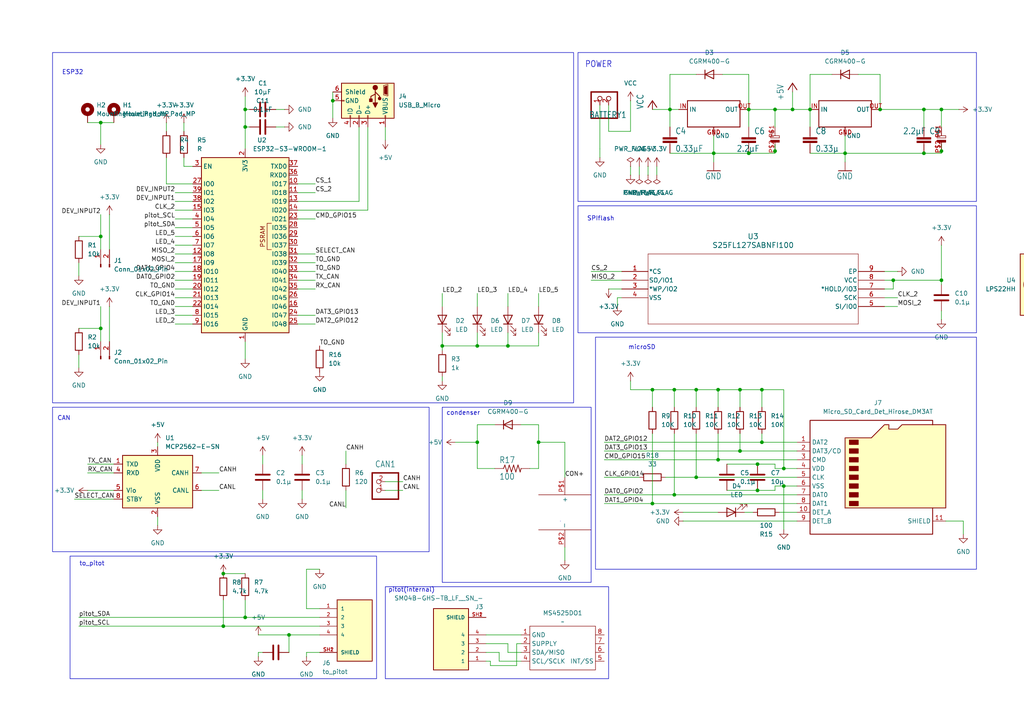
<source format=kicad_sch>
(kicad_sch (version 20231120) (generator "eeschema") (generator_version "8.0")
  (paper "A4")
  (junction (at 96.52 29.21))
  (junction (at 195.58 113.03))
  (junction (at 64.77 181.61))
  (junction (at 219.71 134.62))
  (junction (at 273.05 31.75))
  (junction (at 259.08 81.28))
  (junction (at 189.23 146.05))
  (junction (at 138.43 128.27))
  (junction (at 156.21 128.27))
  (junction (at 29.21 95.25))
  (junction (at 83.82 184.15))
  (junction (at 208.28 113.03))
  (junction (at 207.01 44.45))
  (junction (at 227.33 140.97))
  (junction (at 220.98 113.03))
  (junction (at 220.98 128.27))
  (junction (at 71.12 31.75))
  (junction (at 229.87 31.75))
  (junction (at 300.99 69.85))
  (junction (at 227.33 135.89))
  (junction (at 214.63 113.03))
  (junction (at 224.79 31.75))
  (junction (at 234.95 31.75))
  (junction (at 195.58 143.51))
  (junction (at 219.71 142.24))
  (junction (at 201.93 138.43))
  (junction (at 208.28 133.35))
  (junction (at 273.05 81.28))
  (junction (at 217.17 44.45))
  (junction (at 217.17 31.75))
  (junction (at 29.21 35.56))
  (junction (at 29.21 68.58))
  (junction (at 189.23 113.03))
  (junction (at 214.63 130.81))
  (junction (at 273.05 43.815))
  (junction (at 245.11 44.45))
  (junction (at 201.93 113.03))
  (junction (at 224.79 43.815))
  (junction (at 267.97 44.45))
  (junction (at 147.32 100.33))
  (junction (at 255.27 31.75))
  (junction (at 138.43 100.33))
  (junction (at 303.53 69.85))
  (junction (at 128.27 100.33))
  (junction (at 194.31 31.75))
  (junction (at 64.77 166.37))
  (junction (at 267.97 31.75))
  (junction (at 71.12 36.83))
  (junction (at 71.12 179.07))
  (wire (pts (xy 104.14 36.83) (xy 104.14 58.42)))
  (wire (pts (xy 214.63 125.73) (xy 214.63 130.81)))
  (wire (pts (xy 187.96 48.26) (xy 187.96 50.8)))
  (wire (pts (xy 303.53 69.85) (xy 300.99 69.85)))
  (wire (pts (xy 208.28 113.03) (xy 208.28 118.11)))
  (wire (pts (xy 31.75 99.06) (xy 31.75 88.9)))
  (wire (pts (xy 273.05 36.83) (xy 273.05 31.75)) (stroke (width 0.1524)))
  (wire (pts (xy 171.45 78.74) (xy 180.34 78.74)))
  (wire (pts (xy 128.27 100.33) (xy 128.27 101.6)))
  (wire (pts (xy 50.8 83.82) (xy 55.88 83.82)))
  (wire (pts (xy 29.21 68.58) (xy 29.21 72.39)))
  (wire (pts (xy 207.01 44.45) (xy 217.17 44.45)) (stroke (width 0.1524)))
  (wire (pts (xy 175.26 128.27) (xy 220.98 128.27)))
  (wire (pts (xy 55.88 73.66) (xy 50.8 73.66)))
  (wire (pts (xy 176.53 83.82) (xy 180.34 83.82)))
  (wire (pts (xy 71.12 99.06) (xy 71.12 104.14)))
  (wire (pts (xy 214.63 113.03) (xy 220.98 113.03)))
  (wire (pts (xy 318.77 83.82) (xy 322.58 83.82)))
  (wire (pts (xy 224.79 31.75) (xy 229.87 31.75)) (stroke (width 0.1524)))
  (wire (pts (xy 163.83 158.75) (xy 163.83 162.56)) (stroke (width 0.1524)))
  (wire (pts (xy 92.71 179.07) (xy 71.12 179.07)))
  (wire (pts (xy 29.21 35.56) (xy 29.21 41.91)))
  (wire (pts (xy 25.4 35.56) (xy 29.21 35.56)))
  (wire (pts (xy 71.12 36.83) (xy 71.12 43.18)))
  (wire (pts (xy 156.21 128.27) (xy 163.83 128.27)) (stroke (width 0.1524)))
  (wire (pts (xy 245.11 39.37) (xy 245.11 44.45)) (stroke (width 0.1524)))
  (wire (pts (xy 209.55 21.59) (xy 217.17 21.59)) (stroke (width 0.1524)))
  (wire (pts (xy 217.17 31.75) (xy 224.79 31.75)) (stroke (width 0.1524)))
  (wire (pts (xy 214.63 113.03) (xy 214.63 118.11)))
  (wire (pts (xy 22.86 76.2) (xy 22.86 80.01)))
  (wire (pts (xy 182.88 110.49) (xy 182.88 113.03)))
  (wire (pts (xy 193.04 138.43) (xy 201.93 138.43)))
  (wire (pts (xy 194.31 21.59) (xy 201.93 21.59)) (stroke (width 0.1524)))
  (wire (pts (xy 80.01 36.83) (xy 82.55 36.83)))
  (wire (pts (xy 53.34 35.56) (xy 53.34 38.1)))
  (wire (pts (xy 48.26 45.72) (xy 48.26 53.34)))
  (wire (pts (xy 208.28 113.03) (xy 214.63 113.03)))
  (wire (pts (xy 300.99 69.85) (xy 300.99 71.12)))
  (wire (pts (xy 201.93 125.73) (xy 201.93 138.43)))
  (wire (pts (xy 140.97 189.23) (xy 144.78 189.23)))
  (wire (pts (xy 303.53 93.98) (xy 303.53 97.79)))
  (wire (pts (xy 175.26 138.43) (xy 185.42 138.43)))
  (wire (pts (xy 25.4 134.62) (xy 33.02 134.62)))
  (wire (pts (xy 86.36 76.2) (xy 91.44 76.2)))
  (wire (pts (xy 74.93 189.23) (xy 74.93 190.5)))
  (wire (pts (xy 29.21 68.58) (xy 22.86 68.58)))
  (wire (pts (xy 231.14 140.97) (xy 227.33 140.97)))
  (wire (pts (xy 147.32 100.33) (xy 156.21 100.33)))
  (wire (pts (xy 255.27 31.75) (xy 267.97 31.75)) (stroke (width 0.1524)))
  (wire (pts (xy 207.01 39.37) (xy 207.01 44.45)) (stroke (width 0.1524)))
  (wire (pts (xy 147.32 189.23) (xy 147.32 186.69)))
  (wire (pts (xy 224.79 135.89) (xy 224.79 134.62)))
  (wire (pts (xy 227.33 135.89) (xy 224.79 135.89)))
  (wire (pts (xy 83.82 184.15) (xy 92.71 184.15)))
  (wire (pts (xy 256.54 78.74) (xy 260.35 78.74)))
  (wire (pts (xy 144.78 191.77) (xy 144.78 189.23)))
  (wire (pts (xy 245.11 44.45) (xy 267.97 44.45)) (stroke (width 0.1524)))
  (wire (pts (xy 195.58 143.51) (xy 231.14 143.51)))
  (wire (pts (xy 273.05 90.17) (xy 273.05 92.71)))
  (wire (pts (xy 194.31 31.75) (xy 194.31 21.59)) (stroke (width 0.1524)))
  (wire (pts (xy 96.52 29.21) (xy 96.52 34.29)))
  (wire (pts (xy 106.68 60.96) (xy 86.36 60.96)))
  (wire (pts (xy 138.43 85.09) (xy 138.43 88.9)))
  (wire (pts (xy 189.23 113.03) (xy 189.23 118.11)))
  (wire (pts (xy 55.88 78.74) (xy 50.8 78.74)))
  (wire (pts (xy 256.54 86.36) (xy 260.35 86.36)))
  (wire (pts (xy 138.43 128.27) (xy 138.43 135.89)) (stroke (width 0.1524)))
  (wire (pts (xy 273.05 44.45) (xy 273.05 43.815)) (stroke (width 0.1524)))
  (wire (pts (xy 248.92 21.59) (xy 255.27 21.59)) (stroke (width 0.1524)))
  (wire (pts (xy 227.33 135.89) (xy 231.14 135.89)))
  (wire (pts (xy 171.45 81.28) (xy 180.34 81.28)))
  (wire (pts (xy 29.21 95.25) (xy 22.86 95.25)))
  (wire (pts (xy 217.17 31.75) (xy 217.17 36.83)) (stroke (width 0.1524)))
  (wire (pts (xy 267.97 44.45) (xy 273.05 44.45)) (stroke (width 0.1524)))
  (wire (pts (xy 50.8 55.88) (xy 55.88 55.88)))
  (wire (pts (xy 58.42 137.16) (xy 63.5 137.16)))
  (wire (pts (xy 138.43 123.19) (xy 143.51 123.19)) (stroke (width 0.1524)))
  (wire (pts (xy 142.24 191.77) (xy 140.97 191.77)))
  (wire (pts (xy 48.26 35.56) (xy 48.26 38.1)))
  (wire (pts (xy 149.86 186.69) (xy 149.86 193.04)))
  (wire (pts (xy 185.42 48.26) (xy 185.42 50.8)))
  (wire (pts (xy 138.43 100.33) (xy 147.32 100.33)))
  (wire (pts (xy 86.36 53.34) (xy 91.44 53.34)))
  (wire (pts (xy 156.21 128.27) (xy 156.21 135.89)) (stroke (width 0.1524)))
  (wire (pts (xy 50.8 68.58) (xy 55.88 68.58)))
  (wire (pts (xy 227.33 140.97) (xy 227.33 153.67)))
  (wire (pts (xy 176.53 38.1) (xy 176.53 30.48)))
  (wire (pts (xy 156.21 135.89) (xy 153.67 135.89)) (stroke (width 0.1524)))
  (wire (pts (xy 189.23 31.75) (xy 194.31 31.75)) (stroke (width 0.1524)))
  (wire (pts (xy 318.77 78.74) (xy 322.58 78.74)))
  (wire (pts (xy 273.05 31.75) (xy 278.13 31.75)) (stroke (width 0.1524)))
  (wire (pts (xy 175.26 130.81) (xy 214.63 130.81)))
  (wire (pts (xy 179.07 86.36) (xy 180.34 86.36)))
  (wire (pts (xy 86.36 78.74) (xy 91.44 78.74)))
  (wire (pts (xy 80.01 31.75) (xy 82.55 31.75)))
  (wire (pts (xy 273.05 43.815) (xy 273.05 41.91)) (stroke (width 0.1524)))
  (wire (pts (xy 182.88 38.1) (xy 176.53 38.1)))
  (wire (pts (xy 50.8 93.98) (xy 55.88 93.98)))
  (wire (pts (xy 87.63 142.24) (xy 87.63 144.78)))
  (wire (pts (xy 210.82 134.62) (xy 219.71 134.62)))
  (wire (pts (xy 147.32 189.23) (xy 151.13 189.23)))
  (wire (pts (xy 71.12 166.37) (xy 64.77 166.37)))
  (wire (pts (xy 92.71 165.1) (xy 88.9 165.1)))
  (wire (pts (xy 71.12 27.94) (xy 71.12 31.75)))
  (wire (pts (xy 217.17 21.59) (xy 217.17 31.75)) (stroke (width 0.1524)))
  (wire (pts (xy 224.79 43.815) (xy 224.79 41.91)) (stroke (width 0.1524)))
  (wire (pts (xy 219.71 142.24) (xy 210.82 142.24)))
  (wire (pts (xy 100.33 134.62) (xy 100.33 130.81)))
  (wire (pts (xy 256.54 81.28) (xy 259.08 81.28)))
  (wire (pts (xy 128.27 110.49) (xy 128.27 109.22)))
  (wire (pts (xy 50.8 71.12) (xy 55.88 71.12)))
  (wire (pts (xy 234.95 21.59) (xy 234.95 31.75)) (stroke (width 0.1524)))
  (wire (pts (xy 86.36 81.28) (xy 91.44 81.28)))
  (wire (pts (xy 151.13 123.19) (xy 156.21 123.19)) (stroke (width 0.1524)))
  (wire (pts (xy 25.4 142.24) (xy 33.02 142.24)))
  (wire (pts (xy 303.53 71.12) (xy 303.53 69.85)))
  (wire (pts (xy 224.79 44.45) (xy 224.79 43.815)) (stroke (width 0.1524)))
  (wire (pts (xy 138.43 128.27) (xy 138.43 123.19)) (stroke (width 0.1524)))
  (wire (pts (xy 55.88 63.5) (xy 50.8 63.5)))
  (wire (pts (xy 71.12 31.75) (xy 71.12 36.83)))
  (wire (pts (xy 86.36 83.82) (xy 91.44 83.82)))
  (wire (pts (xy 147.32 96.52) (xy 147.32 100.33)))
  (wire (pts (xy 220.98 128.27) (xy 231.14 128.27)))
  (wire (pts (xy 83.82 184.15) (xy 83.82 189.23)))
  (wire (pts (xy 106.68 36.83) (xy 106.68 60.96)))
  (wire (pts (xy 189.23 113.03) (xy 195.58 113.03)))
  (wire (pts (xy 22.86 102.87) (xy 22.86 106.68)))
  (wire (pts (xy 214.63 130.81) (xy 231.14 130.81)))
  (wire (pts (xy 156.21 96.52) (xy 156.21 100.33)))
  (wire (pts (xy 311.15 69.85) (xy 313.69 69.85)))
  (wire (pts (xy 220.98 113.03) (xy 227.33 113.03)))
  (wire (pts (xy 195.58 113.03) (xy 201.93 113.03)))
  (wire (pts (xy 229.87 26.67) (xy 229.87 31.75)) (stroke (width 0.1524)))
  (wire (pts (xy 140.97 186.69) (xy 147.32 186.69)))
  (wire (pts (xy 138.43 96.52) (xy 138.43 100.33)))
  (wire (pts (xy 195.58 125.73) (xy 195.58 143.51)))
  (wire (pts (xy 220.98 125.73) (xy 220.98 128.27)))
  (wire (pts (xy 194.31 31.75) (xy 196.85 31.75)) (stroke (width 0.1524)))
  (wire (pts (xy 194.31 44.45) (xy 207.01 44.45)) (stroke (width 0.1524)))
  (wire (pts (xy 86.36 73.66) (xy 91.44 73.66)))
  (wire (pts (xy 175.26 133.35) (xy 208.28 133.35)))
  (wire (pts (xy 256.54 88.9) (xy 260.35 88.9)))
  (wire (pts (xy 198.12 151.13) (xy 231.14 151.13)))
  (wire (pts (xy 29.21 95.25) (xy 29.21 99.06)))
  (wire (pts (xy 273.05 82.55) (xy 273.05 81.28)))
  (wire (pts (xy 273.05 81.28) (xy 273.05 71.12)))
  (wire (pts (xy 229.87 31.75) (xy 234.95 31.75)) (stroke (width 0.1524)))
  (wire (pts (xy 138.43 135.89) (xy 143.51 135.89)) (stroke (width 0.1524)))
  (wire (pts (xy 128.27 88.9) (xy 128.27 85.09)))
  (wire (pts (xy 74.93 189.23) (xy 76.2 189.23)))
  (wire (pts (xy 173.99 30.48) (xy 173.99 43.18)) (stroke (width 0.1524)))
  (wire (pts (xy 218.44 148.59) (xy 215.9 148.59)))
  (wire (pts (xy 224.79 142.24) (xy 219.71 142.24)))
  (wire (pts (xy 201.93 138.43) (xy 231.14 138.43)))
  (wire (pts (xy 29.21 62.23) (xy 29.21 68.58)))
  (wire (pts (xy 179.07 86.36) (xy 179.07 88.9)))
  (wire (pts (xy 104.14 58.42) (xy 86.36 58.42)))
  (wire (pts (xy 22.86 181.61) (xy 64.77 181.61)))
  (wire (pts (xy 182.88 48.26) (xy 182.88 50.8)))
  (wire (pts (xy 273.05 81.28) (xy 259.08 81.28)))
  (wire (pts (xy 53.34 45.72) (xy 53.34 48.26)))
  (wire (pts (xy 86.36 91.44) (xy 91.44 91.44)))
  (wire (pts (xy 58.42 142.24) (xy 63.5 142.24)))
  (wire (pts (xy 96.52 26.67) (xy 96.52 29.21)))
  (wire (pts (xy 111.76 142.24) (xy 116.84 142.24)))
  (wire (pts (xy 64.77 173.99) (xy 64.77 181.61)))
  (wire (pts (xy 234.95 21.59) (xy 241.3 21.59)) (stroke (width 0.1524)))
  (wire (pts (xy 74.93 184.15) (xy 83.82 184.15)))
  (wire (pts (xy 87.63 132.08) (xy 87.63 134.62)))
  (wire (pts (xy 86.36 63.5) (xy 91.44 63.5)))
  (wire (pts (xy 190.5 48.26) (xy 190.5 50.8)))
  (wire (pts (xy 22.86 179.07) (xy 71.12 179.07)))
  (wire (pts (xy 55.88 76.2) (xy 50.8 76.2)))
  (wire (pts (xy 86.36 55.88) (xy 91.44 55.88)))
  (wire (pts (xy 128.27 96.52) (xy 128.27 100.33)))
  (wire (pts (xy 318.77 76.2) (xy 322.58 76.2)))
  (wire (pts (xy 267.97 31.75) (xy 273.05 31.75)) (stroke (width 0.1524)))
  (wire (pts (xy 208.28 133.35) (xy 231.14 133.35)))
  (wire (pts (xy 224.79 36.83) (xy 224.79 31.75)) (stroke (width 0.1524)))
  (wire (pts (xy 255.27 31.75) (xy 255.27 21.59)) (stroke (width 0.1524)))
  (wire (pts (xy 274.32 151.13) (xy 279.4 151.13)))
  (wire (pts (xy 132.08 128.27) (xy 138.43 128.27)) (stroke (width 0.1524)))
  (wire (pts (xy 234.95 36.83) (xy 234.95 31.75)) (stroke (width 0.1524)))
  (wire (pts (xy 318.77 81.28) (xy 322.58 81.28)))
  (wire (pts (xy 76.2 142.24) (xy 76.2 144.78)))
  (wire (pts (xy 207.01 44.45) (xy 207.01 46.99)) (stroke (width 0.1524)))
  (wire (pts (xy 72.39 31.75) (xy 71.12 31.75)))
  (wire (pts (xy 72.39 36.83) (xy 71.12 36.83)))
  (wire (pts (xy 45.72 149.86) (xy 45.72 152.4)))
  (wire (pts (xy 208.28 125.73) (xy 208.28 133.35)))
  (wire (pts (xy 50.8 88.9) (xy 55.88 88.9)))
  (wire (pts (xy 111.76 139.7) (xy 116.84 139.7)))
  (wire (pts (xy 201.93 118.11) (xy 201.93 113.03)))
  (wire (pts (xy 227.33 113.03) (xy 227.33 135.89)))
  (wire (pts (xy 31.75 72.39) (xy 31.75 62.23)))
  (wire (pts (xy 300.99 67.31) (xy 300.99 69.85)))
  (wire (pts (xy 201.93 113.03) (xy 208.28 113.03)))
  (wire (pts (xy 259.08 83.82) (xy 259.08 81.28)))
  (wire (pts (xy 195.58 113.03) (xy 195.58 118.11)))
  (wire (pts (xy 173.99 43.18) (xy 173.99 45.72)))
  (wire (pts (xy 92.71 176.53) (xy 88.9 176.53)))
  (wire (pts (xy 128.27 100.33) (xy 138.43 100.33)))
  (wire (pts (xy 53.34 48.26) (xy 55.88 48.26)))
  (wire (pts (xy 88.9 189.23) (xy 92.71 189.23)))
  (wire (pts (xy 256.54 83.82) (xy 259.08 83.82)))
  (wire (pts (xy 151.13 186.69) (xy 149.86 186.69)))
  (wire (pts (xy 142.24 193.04) (xy 142.24 191.77)))
  (wire (pts (xy 29.21 35.56) (xy 33.02 35.56)))
  (wire (pts (xy 224.79 140.97) (xy 224.79 142.24)))
  (wire (pts (xy 175.26 146.05) (xy 189.23 146.05)))
  (wire (pts (xy 194.31 36.83) (xy 194.31 31.75)) (stroke (width 0.1524)))
  (wire (pts (xy 88.9 189.23) (xy 88.9 190.5)))
  (wire (pts (xy 226.06 148.59) (xy 231.14 148.59)))
  (wire (pts (xy 144.78 191.77) (xy 151.13 191.77)))
  (wire (pts (xy 55.88 58.42) (xy 50.8 58.42)))
  (wire (pts (xy 86.36 93.98) (xy 91.44 93.98)))
  (wire (pts (xy 76.2 132.08) (xy 76.2 134.62)))
  (wire (pts (xy 227.33 140.97) (xy 224.79 140.97)))
  (wire (pts (xy 220.98 113.03) (xy 220.98 118.11)))
  (wire (pts (xy 88.9 176.53) (xy 88.9 165.1)))
  (wire (pts (xy 217.17 44.45) (xy 224.79 44.45)) (stroke (width 0.1524)))
  (wire (pts (xy 55.88 81.28) (xy 50.8 81.28)))
  (wire (pts (xy 219.71 134.62) (xy 224.79 134.62)))
  (wire (pts (xy 71.12 179.07) (xy 71.12 173.99)))
  (wire (pts (xy 29.21 88.9) (xy 29.21 95.25)))
  (wire (pts (xy 55.88 60.96) (xy 50.8 60.96)))
  (wire (pts (xy 55.88 86.36) (xy 50.8 86.36)))
  (wire (pts (xy 189.23 146.05) (xy 231.14 146.05)))
  (wire (pts (xy 111.76 36.83) (xy 111.76 40.64)))
  (wire (pts (xy 175.26 143.51) (xy 195.58 143.51)))
  (wire (pts (xy 100.33 147.32) (xy 100.33 142.24)))
  (wire (pts (xy 21.59 144.78) (xy 33.02 144.78)))
  (wire (pts (xy 50.8 91.44) (xy 55.88 91.44)))
  (wire (pts (xy 147.32 88.9) (xy 147.32 85.09)))
  (wire (pts (xy 182.88 29.21) (xy 182.88 38.1)))
  (wire (pts (xy 208.28 148.59) (xy 198.12 148.59)))
  (wire (pts (xy 279.4 151.13) (xy 279.4 154.94)))
  (wire (pts (xy 245.11 44.45) (xy 245.11 46.99)) (stroke (width 0.1524)))
  (wire (pts (xy 156.21 123.19) (xy 156.21 128.27)) (stroke (width 0.1524)))
  (wire (pts (xy 45.72 128.27) (xy 45.72 129.54)))
  (wire (pts (xy 267.97 36.83) (xy 267.97 31.75)) (stroke (width 0.1524)))
  (wire (pts (xy 189.23 125.73) (xy 189.23 146.05)))
  (wire (pts (xy 64.77 181.61) (xy 92.71 181.61)))
  (wire (pts (xy 163.83 128.27) (xy 163.83 138.43)) (stroke (width 0.1524)))
  (wire (pts (xy 48.26 53.34) (xy 55.88 53.34)))
  (wire (pts (xy 156.21 88.9) (xy 156.21 85.09)))
  (wire (pts (xy 25.4 137.16) (xy 33.02 137.16)))
  (wire (pts (xy 234.95 44.45) (xy 245.11 44.45)) (stroke (width 0.1524)))
  (wire (pts (xy 182.88 113.03) (xy 189.23 113.03)))
  (wire (pts (xy 140.97 184.15) (xy 151.13 184.15)))
  (wire (pts (xy 149.86 193.04) (xy 142.24 193.04)))
  (wire (pts (xy 55.88 66.04) (xy 50.8 66.04)))
  (rectangle (start 172.72 97.79) (end 283.21 165.1))
  (rectangle (start 162.56 151.13) (end 162.56 151.13))
  (rectangle (start 15.24 15.24) (end 166.37 116.84))
  (rectangle (start 111.76 170.18) (end 176.53 196.85))
  (rectangle (start 20.32 161.29) (end 109.22 196.85))
  (rectangle (start 167.64 59.69) (end 283.21 96.52))
  (rectangle (start 167.64 15.24) (end 283.21 58.42))
  (rectangle (start 15.24 118.11) (end 124.46 160.02))
  (rectangle (start 128.27 118.11) (end 171.45 168.91))
  (text "POWER" (at 169.672 19.812 0) (effects (font (size 1.778 1.5113)) (justify left bottom)))
  (text "pitot(internal)" (at 119.38 171.196 0) (effects (font (size 1.27 1.27))))
  (text "condenser" (at 134.366 119.888 0) (effects (font (size 1.27 1.27))))
  (text "microSD" (at 186.182 100.838 0) (effects (font (size 1.27 1.27))))
  (text "ESP32" (at 21.082 21.082 0) (effects (font (size 1.27 1.27))))
  (text "to_pitot\n" (at 26.67 163.576 0) (effects (font (size 1.27 1.27))))
  (text "SPIflash" (at 174.244 63.5 0) (effects (font (size 1.27 1.27))))
  (text "CAN" (at 18.542 121.412 0) (effects (font (size 1.27 1.27))))
  (label "LED_3" (at 50.8 91.44 180))
  (label "CS_2" (at 171.45 78.74 0))
  (label "DAT1_GPIO4" (at 175.26 146.05 0))
  (label "TO_GND" (at 50.8 88.9 180))
  (label "LED_2" (at 50.8 93.98 180))
  (label "SELECT_CAN" (at 91.44 73.66 0))
  (label "SELECT_CAN" (at 21.59 144.78 0))
  (label "CS_2" (at 91.44 55.88 0))
  (label "DAT2_GPIO12" (at 175.26 128.27 0))
  (label "DAT1_GPIO4" (at 50.8 78.74 180))
  (label "CANH" (at 63.5 137.16 0))
  (label "RX_CAN" (at 91.44 83.82 0))
  (label "pitot_SDA" (at 22.86 179.07 0))
  (label "pitot_SDA" (at 50.8 66.04 180))
  (label "DAT0_GPIO2" (at 175.26 143.51 0))
  (label "DEV_INPUT2" (at 29.21 62.23 180))
  (label "pitot_SCL" (at 22.86 181.61 0))
  (label "TO_GND" (at 92.71 100.33 0))
  (label "CANL" (at 116.84 142.24 0))
  (label "MISO_2" (at 50.8 73.66 180))
  (label "MOSI_2" (at 322.58 76.2 0))
  (label "CS_1" (at 322.58 83.82 0))
  (label "CMD_GPIO15" (at 175.26 133.35 0))
  (label "MISO_2" (at 322.58 78.74 0))
  (label "LED_4" (at 147.32 85.09 0))
  (label "CLK_2" (at 322.58 81.28 0))
  (label "RX_CAN" (at 25.4 137.16 0))
  (label "CON+" (at 163.83 138.43 0) (effects (font (size 1.2446 1.2446))))
  (label "TX_CAN" (at 91.44 81.28 0))
  (label "DAT2_GPIO12" (at 91.44 93.98 0))
  (label "TO_GND" (at 91.44 76.2 0))
  (label "CMD_GPIO15" (at 91.44 63.5 0))
  (label "CLK_2" (at 260.35 86.36 0))
  (label "MOSI_2" (at 50.8 76.2 180))
  (label "DEV_INPUT1" (at 29.21 88.9 180))
  (label "TO_GND" (at 50.8 83.82 180))
  (label "CANH" (at 100.33 130.81 0))
  (label "CANL" (at 100.33 147.32 180))
  (label "DAT3_GPIO13" (at 175.26 130.81 0))
  (label "TO_GND" (at 91.44 78.74 0))
  (label "TX_CAN" (at 25.4 134.62 0))
  (label "MISO_2" (at 171.45 81.28 0))
  (label "LED_4" (at 50.8 71.12 180))
  (label "DEV_INPUT1" (at 50.8 58.42 180))
  (label "CS_1" (at 91.44 53.34 0))
  (label "CLK_GPIO14" (at 175.26 138.43 0))
  (label "LED_5" (at 156.21 85.09 0))
  (label "DAT3_GPIO13" (at 91.44 91.44 0))
  (label "pitot_SCL" (at 50.8 63.5 180))
  (label "CANH" (at 116.84 139.7 0))
  (label "CLK_2" (at 50.8 60.96 180))
  (label "CANL" (at 63.5 142.24 0))
  (label "DAT0_GPIO2" (at 50.8 81.28 180))
  (label "MOSI_2" (at 260.35 88.9 0))
  (label "LED_5" (at 50.8 68.58 180))
  (label "DEV_INPUT2" (at 50.8 55.88 180))
  (label "CLK_GPIO14" (at 50.8 86.36 180))
  (label "LED_3" (at 138.43 85.09 0))
  (label "LED_2" (at 128.27 85.09 0))
  (symbol (lib_id "73_COM-eagle-import:L2") (at 173.99 30.48 90) (unit 1)
    (property "Reference" "BATTERY1" (at 170.815 34.29 90) (effects (font (size 1.778 1.5113)) (justify right top)))
    (property "Value" "L2" (effects (hide yes)))
    (property "Footprint" "Library:ILG2pin" (effects (hide yes)))
  )
  (symbol (lib_id "power:GND") (at 29.21 41.91 0) (unit 1)
    (property "Reference" "#PWR021" (effects (hide yes)))
    (property "Value" "GND" (at 29.21 46.99 0))
    (property "Description" "Power symbol creates a global label with name \"GND\" , ground" (effects (hide yes)))
  )
  (symbol (lib_id "Connector:Micro_SD_Card_Det_Hirose_DM3AT") (at 254 138.43 0) (unit 1)
    (property "Reference" "J7" (at 254.635 116.84 0))
    (property "Value" "Micro_SD_Card_Det_Hirose_DM3AT" (at 254.635 119.38 0))
    (property "Footprint" "Connector_Card:microSD_HC_Hirose_DM3AT-SF-PEJM5" (effects (hide yes)))
    (property "Datasheet" "https://www.hirose.com/product/en/download_file/key_name/DM3/category/Catalog/doc_file_id/49662/?file_category_id=4&item_id=195&is_series=1" (effects (hide yes)))
    (property "Description" "Micro SD Card Socket with card detection pins" (effects (hide yes)))
  )
  (symbol (lib_id "power:+3.3V") (at 190.5 48.26 0) (unit 1)
    (property "Reference" "#PWR042" (effects (hide yes)))
    (property "Value" "+3.3V" (at 190.5 43.18 0))
    (property "Description" "Power symbol creates a global label with name \"+3.3V\"" (effects (hide yes)))
  )
  (symbol (lib_id "Device:D") (at 147.32 123.19 0) (unit 1)
    (property "Reference" "D9" (at 147.32 116.84 0))
    (property "Value" "CGRM400-G" (at 147.32 119.38 0))
    (property "Footprint" "Diode_SMD:D_0603_1608Metric_Pad1.05x0.95mm_HandSolder" (effects (hide yes)))
    (property "Description" "Diode" (effects (hide yes)))
    (property "Sim.Device" "D" (effects (hide yes)))
    (property "Sim.Pins" "1=K 2=A" (effects (hide yes)))
  )
  (symbol (lib_id "power:+3.3V") (at 182.88 110.49 0) (unit 1)
    (property "Reference" "#PWR028" (effects (hide yes)))
    (property "Value" "+3.3V" (at 182.88 105.41 0))
    (property "Description" "Power symbol creates a global label with name \"+3.3V\"" (effects (hide yes)))
  )
  (symbol (lib_id "Device:C") (at 210.82 138.43 0) (unit 1)
    (property "Reference" "C5" (at 214.63 137.1599 0) (effects (justify left)))
    (property "Value" "0.1μ" (at 214.63 139.6999 0) (effects (justify left)))
    (property "Footprint" "Capacitor_SMD:C_0603_1608Metric" (effects (hide yes)))
    (property "Description" "Unpolarized capacitor" (effects (hide yes)))
  )
  (symbol (lib_id "Device:D") (at 205.74 21.59 0) (unit 1)
    (property "Reference" "D3" (at 205.74 15.24 0))
    (property "Value" "CGRM400-G" (at 205.74 17.78 0))
    (property "Footprint" "Diode_SMD:D_0603_1608Metric_Pad1.05x0.95mm_HandSolder" (effects (hide yes)))
    (property "Description" "Diode" (effects (hide yes)))
    (property "Sim.Device" "D" (effects (hide yes)))
    (property "Sim.Pins" "1=K 2=A" (effects (hide yes)))
  )
  (symbol (lib_id "power:+3.3V") (at 31.75 62.23 0) (unit 1)
    (property "Reference" "#PWR05" (effects (hide yes)))
    (property "Value" "+3.3V" (at 31.75 57.15 0))
    (property "Description" "Power symbol creates a global label with name \"+3.3V\"" (effects (hide yes)))
  )
  (symbol (lib_id "Device:R") (at 189.23 138.43 90) (unit 1)
    (property "Reference" "R18" (at 189.23 132.08 90))
    (property "Value" "33" (at 189.23 134.62 90))
    (property "Footprint" "Capacitor_SMD:C_0603_1608Metric" (effects (hide yes)))
    (property "Description" "Resistor" (effects (hide yes)))
  )
  (symbol (lib_id "power:PWR_FLAG") (at 190.5 50.8 180) (unit 1)
    (property "Reference" "#FLG03" (effects (hide yes)))
    (property "Value" "PWR_FLAG" (at 190.5 55.88 0))
    (property "Description" "Special symbol for telling ERC where power comes from" (effects (hide yes)))
  )
  (symbol (lib_id "Device:R") (at 64.77 170.18 180) (unit 1)
    (property "Reference" "R8" (at 67.31 168.9099 0) (effects (justify right)))
    (property "Value" "4.7k" (at 67.31 171.4499 0) (effects (justify right)))
    (property "Footprint" "Resistor_SMD:R_0603_1608Metric" (effects (hide yes)))
    (property "Description" "Resistor" (effects (hide yes)))
  )
  (symbol (lib_id "power:+3.3V") (at 278.13 31.75 270) (unit 1)
    (property "Reference" "#PWR035" (effects (hide yes)))
    (property "Value" "+3.3V" (at 281.94 31.7499 90) (effects (justify left)))
    (property "Description" "Power symbol creates a global label with name \"+3.3V\"" (effects (hide yes)))
  )
  (symbol (lib_id "Device:LED") (at 138.43 92.71 90) (unit 1)
    (property "Reference" "D6" (at 142.24 93.0274 90) (effects (justify right)))
    (property "Value" "LED" (at 142.24 95.5674 90) (effects (justify right)))
    (property "Footprint" "LED_SMD:LED_0603_1608Metric" (effects (hide yes)))
    (property "Description" "Light emitting diode" (effects (hide yes)))
  )
  (symbol (lib_id "power:+3.3V") (at 273.05 71.12 0) (unit 1)
    (property "Reference" "#PWR033" (effects (hide yes)))
    (property "Value" "+3.3V" (at 273.05 66.04 0))
    (property "Description" "Power symbol creates a global label with name \"+3.3V\"" (effects (hide yes)))
  )
  (symbol (lib_id "GHconnector:SM04B-GHS-TB_LF__SN_-") (at 102.87 181.61 0) (unit 1)
    (property "Reference" "J6" (at 93.472 192.278 0) (effects (justify left)))
    (property "Value" "to_pitot" (at 93.472 194.818 0) (effects (justify left)))
    (property "Footprint" "Connector_JST:JST_GH_SM04B-GHS-TB_1x04-1MP_P1.25mm_Horizontal" (effects (hide yes)))
    (property "MF" "JST Sales" (effects (hide yes)))
    (property "Description_1" "\nConnector Header Surface Mount, Right Angle 4 position 0.049 (1.25mm)\n" (effects (hide yes)))
    (property "Package" "None" (effects (hide yes)))
    (property "Price" "None" (effects (hide yes)))
    (property "Check_prices" "https://www.snapeda.com/parts/SM04B-GHS-TB(LF)(SN)/JST+Sales+America+Inc./view-part/?ref=eda" (effects (hide yes)))
    (property "STANDARD" "Manufacturer Recommendations" (effects (hide yes)))
    (property "PARTREV" "NA" (effects (hide yes)))
    (property "SnapEDA_Link" "https://www.snapeda.com/parts/SM04B-GHS-TB(LF)(SN)/JST+Sales+America+Inc./view-part/?ref=snap" (effects (hide yes)))
    (property "MP" "SM04B-GHS-TB(LF)(SN)" (effects (hide yes)))
    (property "Purchase-URL" "https://www.snapeda.com/api/url_track_click_mouser/?unipart_id=378423&manufacturer=JST Sales&part_name=SM04B-GHS-TB(LF)(SN)&search_term=sm04b-ghs-tb" (effects (hide yes)))
    (property "Availability" "In Stock" (effects (hide yes)))
    (property "MANUFACTURER" "JHS" (effects (hide yes)))
  )
  (symbol (lib_id "power:GND") (at 74.93 190.5 0) (unit 1)
    (property "Reference" "#PWR038" (effects (hide yes)))
    (property "Value" "GND" (at 74.93 195.58 0))
    (property "Description" "Power symbol creates a global label with name \"GND\" , ground" (effects (hide yes)))
  )
  (symbol (lib_id "power:+3.3V") (at 25.4 142.24 90) (unit 1)
    (property "Reference" "#PWR03" (effects (hide yes)))
    (property "Value" "+3.3V" (at 21.59 142.2399 90) (effects (justify left)))
    (property "Description" "Power symbol creates a global label with name \"+3.3V\"" (effects (hide yes)))
  )
  (symbol (lib_id "Device:LED") (at 212.09 148.59 180) (unit 1)
    (property "Reference" "D4" (at 213.6775 140.97 0))
    (property "Value" "LED" (at 213.6775 143.51 0))
    (property "Footprint" "LED_SMD:LED_0603_1608Metric" (effects (hide yes)))
    (property "Description" "Light emitting diode" (effects (hide yes)))
  )
  (symbol (lib_id "Device:C") (at 76.2 138.43 0) (unit 1)
    (property "Reference" "C2" (at 80.01 137.1599 0) (effects (justify left)))
    (property "Value" "0.1μ" (at 80.01 139.6999 0) (effects (justify left)))
    (property "Footprint" "Capacitor_SMD:C_0603_1608Metric" (effects (hide yes)))
    (property "Description" "Unpolarized capacitor" (effects (hide yes)))
  )
  (symbol (lib_id "power:GND") (at 260.35 78.74 90) (unit 1)
    (property "Reference" "#PWR032" (effects (hide yes)))
    (property "Value" "GND" (at 264.16 78.7399 90) (effects (justify right)))
    (property "Description" "Power symbol creates a global label with name \"GND\" , ground" (effects (hide yes)))
  )
  (symbol (lib_id "Mechanical:MountingHole_Pad_MP") (at 25.4 33.02 0) (unit 1) (exclude_from_sim yes) (in_bom no)
    (property "Reference" "H2" (at 27.94 30.4799 0) (effects (justify left)))
    (property "Value" "MountingHole_Pad_MP" (at 27.94 33.0199 0) (effects (justify left)))
    (property "Footprint" "Connector_Wire:SolderWirePad_1x01_SMD_1x2mm" (effects (hide yes)))
    (property "Description" "Mounting Hole with connection as pad named MP" (effects (hide yes)))
  )
  (symbol (lib_id "73_COM-eagle-import:C-EUC0603") (at 267.97 39.37 0) (unit 1)
    (property "Reference" "C9" (at 269.494 38.989 0) (effects (font (size 1.778 1.5113)) (justify left bottom)))
    (property "Value" "2.2μF" (at 261.874 38.989 0) (effects (font (size 1.778 1.5113)) (justify left bottom)))
    (property "Footprint" "Resistor_SMD:R_0603_1608Metric" (effects (hide yes)))
  )
  (symbol (lib_id "Device:C") (at 76.2 36.83 90) (unit 1)
    (property "Reference" "C11" (at 76.2 29.21 90))
    (property "Value" "0.1μF" (at 76.2 31.75 90))
    (property "Footprint" "Capacitor_SMD:C_0603_1608Metric" (effects (hide yes)))
    (property "Description" "Unpolarized capacitor" (effects (hide yes)))
  )
  (symbol (lib_id "Device:R") (at 22.86 72.39 180) (unit 1)
    (property "Reference" "R1" (at 25.4 71.1199 0) (effects (justify right)))
    (property "Value" "10k" (at 25.4 73.6599 0) (effects (justify right)))
    (property "Footprint" "Resistor_SMD:R_0603_1608Metric" (effects (hide yes)))
    (property "Description" "Resistor" (effects (hide yes)))
  )
  (symbol (lib_id "Device:R") (at 53.34 41.91 0) (unit 1)
    (property "Reference" "R5" (at 57.15 40.6399 0) (effects (justify left)))
    (property "Value" "R" (at 57.15 43.1799 0) (effects (justify left)))
    (property "Footprint" "Capacitor_SMD:C_0603_1608Metric" (effects (hide yes)))
    (property "Description" "Resistor" (effects (hide yes)))
  )
  (symbol (lib_id "Connector:Conn_01x02_Pin") (at 29.21 104.14 90) (unit 1)
    (property "Reference" "J2" (at 33.02 102.2349 90) (effects (justify right)))
    (property "Value" "Conn_01x02_Pin" (at 33.02 104.7749 90) (effects (justify right)))
    (property "Footprint" "Connector_PinHeader_2.54mm:PinHeader_1x02_P2.54mm_Vertical" (effects (hide yes)))
    (property "Description" "Generic connector, single row, 01x02, script generated" (effects (hide yes)))
  )
  (symbol (lib_id "power:GND") (at 76.2 144.78 0) (unit 1)
    (property "Reference" "#PWR014" (effects (hide yes)))
    (property "Value" "GND" (at 76.2 149.86 0))
    (property "Description" "Power symbol creates a global label with name \"GND\" , ground" (effects (hide yes)))
  )
  (symbol (lib_id "power:GND") (at 92.71 165.1 0) (unit 1)
    (property "Reference" "#PWR022" (effects (hide yes)))
    (property "Value" "GND" (at 92.71 170.18 0))
    (property "Description" "Power symbol creates a global label with name \"GND\" , ground" (effects (hide yes)))
  )
  (symbol (lib_id "power:GND") (at 198.12 151.13 270) (unit 1)
    (property "Reference" "#PWR030" (effects (hide yes)))
    (property "Value" "GND" (at 194.31 151.1299 90) (effects (justify right)))
    (property "Description" "Power symbol creates a global label with name \"GND\" , ground" (effects (hide yes)))
  )
  (symbol (lib_id "power:+3.3V") (at 198.12 148.59 90) (unit 1)
    (property "Reference" "#PWR029" (effects (hide yes)))
    (property "Value" "+3.3V" (at 194.31 148.5899 90) (effects (justify left)))
    (property "Description" "Power symbol creates a global label with name \"+3.3V\"" (effects (hide yes)))
  )
  (symbol (lib_id "power:+3.3V") (at 176.53 83.82 180) (unit 1)
    (property "Reference" "#PWR025" (effects (hide yes)))
    (property "Value" "+3.3V" (at 176.53 88.9 0))
    (property "Description" "Power symbol creates a global label with name \"+3.3V\"" (effects (hide yes)))
  )
  (symbol (lib_id "power:+3.3V") (at 31.75 88.9 0) (unit 1)
    (property "Reference" "#PWR06" (effects (hide yes)))
    (property "Value" "+3.3V" (at 31.75 83.82 0))
    (property "Description" "Power symbol creates a global label with name \"+3.3V\"" (effects (hide yes)))
  )
  (symbol (lib_id "73_COM-eagle-import:NJM2391DL1-33") (at 207.01 31.75 0) (unit 1)
    (property "Reference" "U$1" (effects (hide yes)))
    (property "Value" "NJM2391DL1-33" (effects (hide yes)))
    (property "Footprint" "footprint:DPAK229P990X238-4N" (effects (hide yes)))
  )
  (symbol (lib_id "power:+3.3V") (at 48.26 35.56 0) (unit 1)
    (property "Reference" "#PWR07" (effects (hide yes)))
    (property "Value" "+3.3V" (at 48.26 30.48 0))
    (property "Description" "Power symbol creates a global label with name \"+3.3V\"" (effects (hide yes)))
  )
  (symbol (lib_id "73_COM-eagle-import:+5V") (at 229.87 24.13 0) (unit 1)
    (property "Reference" "#P+02" (effects (hide yes)))
    (property "Value" "+5V" (at 227.33 29.21 90) (effects (font (size 1.778 1.5113)) (justify left bottom)))
  )
  (symbol (lib_id "MS4525DO:MS4525DO") (at 161.29 187.96 180) (unit 1)
    (property "Reference" "MS4525DO1" (at 163.195 177.8 0))
    (property "Value" "~" (at 163.195 180.34 0))
  )
  (symbol (lib_id "Device:C") (at 307.34 69.85 90) (unit 1)
    (property "Reference" "C13" (at 307.34 62.23 90))
    (property "Value" "0.1μ" (at 307.34 64.77 90))
    (property "Footprint" "Capacitor_SMD:C_0603_1608Metric" (effects (hide yes)))
    (property "Description" "Unpolarized capacitor" (effects (hide yes)))
  )
  (symbol (lib_id "Device:LED") (at 156.21 92.71 90) (unit 1)
    (property "Reference" "D8" (at 160.02 93.0274 90) (effects (justify right)))
    (property "Value" "LED" (at 160.02 95.5674 90) (effects (justify right)))
    (property "Footprint" "LED_SMD:LED_0603_1608Metric" (effects (hide yes)))
    (property "Description" "Light emitting diode" (effects (hide yes)))
  )
  (symbol (lib_id "S25FL127SABNFI100:S25FL127SABNFI100") (at 180.34 78.74 0) (unit 1)
    (property "Reference" "U3" (at 218.44 68.58 0) (effects (font (size 1.524 1.524))))
    (property "Value" "S25FL127SABNFI100" (at 218.44 71.12 0) (effects (font (size 1.524 1.524))))
    (property "Footprint" "S25FL127:SOC008_SPA" (effects (hide yes)))
    (property "Datasheet" "S25FL127SABNFI100" (effects (hide yes)))
  )
  (symbol (lib_id "power:PWR_FLAG") (at 187.96 50.8 180) (unit 1)
    (property "Reference" "#FLG04" (effects (hide yes)))
    (property "Value" "PWR_FLAG" (at 187.96 55.88 0))
    (property "Description" "Special symbol for telling ERC where power comes from" (effects (hide yes)))
  )
  (symbol (lib_id "power:+5V") (at 76.2 132.08 0) (unit 1)
    (property "Reference" "#PWR013" (effects (hide yes)))
    (property "Value" "+5V" (at 76.2 127 0))
    (property "Description" "Power symbol creates a global label with name \"+5V\"" (effects (hide yes)))
  )
  (symbol (lib_id "73_COM-eagle-import:C-EUC0603") (at 217.17 39.37 0) (unit 1)
    (property "Reference" "C6" (at 218.694 38.989 0) (effects (font (size 1.778 1.5113)) (justify left bottom)))
    (property "Value" "2.2μF" (at 213.614 44.069 0) (effects (font (size 1.778 1.5113)) (justify left bottom)))
    (property "Footprint" "Resistor_SMD:R_0603_1608Metric" (effects (hide yes)))
  )
  (symbol (lib_id "power:GND") (at 45.72 152.4 0) (unit 1)
    (property "Reference" "#PWR09" (effects (hide yes)))
    (property "Value" "GND" (at 45.72 157.48 0))
    (property "Description" "Power symbol creates a global label with name \"GND\" , ground" (effects (hide yes)))
  )
  (symbol (lib_id "Device:R") (at 22.86 99.06 180) (unit 1)
    (property "Reference" "R2" (at 25.4 97.7899 0) (effects (justify right)))
    (property "Value" "10k" (at 25.4 100.3299 0) (effects (justify right)))
    (property "Footprint" "Resistor_SMD:R_0603_1608Metric" (effects (hide yes)))
    (property "Description" "Resistor" (effects (hide yes)))
  )
  (symbol (lib_id "Device:R") (at 195.58 121.92 180) (unit 1)
    (property "Reference" "R10" (at 198.12 120.6499 0) (effects (justify right)))
    (property "Value" "10K" (at 198.12 123.1899 0) (effects (justify right)))
    (property "Footprint" "Resistor_SMD:R_0603_1608Metric" (effects (hide yes)))
    (property "Description" "Resistor" (effects (hide yes)))
  )
  (symbol (lib_id "power:GND") (at 279.4 154.94 0) (unit 1)
    (property "Reference" "#PWR036" (effects (hide yes)))
    (property "Value" "GND" (at 279.4 160.02 0))
    (property "Description" "Power symbol creates a global label with name \"GND\" , ground" (effects (hide yes)))
  )
  (symbol (lib_id "power:GND") (at 303.53 97.79 0) (unit 1)
    (property "Reference" "#PWR046" (effects (hide yes)))
    (property "Value" "GND" (at 303.53 102.87 0))
    (property "Description" "Power symbol creates a global label with name \"GND\" , ground" (effects (hide yes)))
  )
  (symbol (lib_id "power:+3.3V") (at 87.63 132.08 0) (unit 1)
    (property "Reference" "#PWR016" (effects (hide yes)))
    (property "Value" "+3.3V" (at 87.63 127 0))
    (property "Description" "Power symbol creates a global label with name \"+3.3V\"" (effects (hide yes)))
  )
  (symbol (lib_id "73_COM-eagle-import:UCD0J470MCL1GS") (at 224.79 39.37 0) (unit 1)
    (property "Reference" "U$2" (effects (hide yes)))
    (property "Value" "UCD0J470MCL1GS" (effects (hide yes)))
    (property "Footprint" "footprints:PCAP_5x5.8-ELECT_NCA" (effects (hide yes)))
  )
  (symbol (lib_id "73_COM-eagle-import:NJM2391DL1-33") (at 245.11 31.75 0) (unit 1)
    (property "Reference" "U$3" (effects (hide yes)))
    (property "Value" "NJM2391DL1-33" (effects (hide yes)))
    (property "Footprint" "footprint:DPAK229P990X238-4N" (effects (hide yes)))
  )
  (symbol (lib_id "power:+3.3V") (at 71.12 27.94 0) (unit 1)
    (property "Reference" "#PWR011" (effects (hide yes)))
    (property "Value" "+3.3V" (at 71.12 22.86 0))
    (property "Description" "Power symbol creates a global label with name \"+3.3V\"" (effects (hide yes)))
  )
  (symbol (lib_id "Device:R") (at 201.93 121.92 180) (unit 1)
    (property "Reference" "R11" (at 204.47 120.6499 0) (effects (justify right)))
    (property "Value" "10K" (at 204.47 123.1899 0) (effects (justify right)))
    (property "Footprint" "Resistor_SMD:R_0603_1608Metric" (effects (hide yes)))
    (property "Description" "Resistor" (effects (hide yes)))
  )
  (symbol (lib_id "power:+5V") (at 132.08 128.27 90) (unit 1)
    (property "Reference" "#PWR044" (effects (hide yes)))
    (property "Value" "+5V" (at 128.27 128.2699 90) (effects (justify left)))
    (property "Description" "Power symbol creates a global label with name \"+5V\"" (effects (hide yes)))
  )
  (symbol (lib_id "Device:R") (at 189.23 121.92 180) (unit 1)
    (property "Reference" "R9" (at 191.77 120.6499 0) (effects (justify right)))
    (property "Value" "10K" (at 191.77 123.1899 0) (effects (justify right)))
    (property "Footprint" "Resistor_SMD:R_0603_1608Metric" (effects (hide yes)))
    (property "Description" "Resistor" (effects (hide yes)))
  )
  (symbol (lib_id "power:VCC") (at 182.88 29.21 0) (unit 1)
    (property "Reference" "#PWR027" (effects (hide yes)))
    (property "Value" "VCC" (at 182.88 24.13 0))
    (property "Description" "Power symbol creates a global label with name \"VCC\"" (effects (hide yes)))
  )
  (symbol (lib_id "Device:R") (at 214.63 121.92 180) (unit 1)
    (property "Reference" "R13" (at 217.17 120.6499 0) (effects (justify right)))
    (property "Value" "10K" (at 217.17 123.1899 0) (effects (justify right)))
    (property "Footprint" "Resistor_SMD:R_0603_1608Metric" (effects (hide yes)))
    (property "Description" "Resistor" (effects (hide yes)))
  )
  (symbol (lib_id "73_COM-eagle-import:GND") (at 245.11 49.53 0) (unit 1)
    (property "Reference" "#GND02" (effects (hide yes)))
    (property "Value" "GND" (at 242.57 52.07 0) (effects (font (size 1.778 1.5113)) (justify left bottom)))
  )
  (symbol (lib_id "73_COM-eagle-import:C-EUC0603") (at 194.31 39.37 0) (unit 1)
    (property "Reference" "C4" (at 195.834 38.989 0) (effects (font (size 1.778 1.5113)) (justify left bottom)))
    (property "Value" "0.33μF" (at 195.834 44.069 0) (effects (font (size 1.778 1.5113)) (justify left bottom)))
    (property "Footprint" "Resistor_SMD:R_0603_1608Metric" (effects (hide yes)))
  )
  (symbol (lib_id "power:+5V") (at 111.76 40.64 180) (unit 1)
    (property "Reference" "#PWR019" (effects (hide yes)))
    (property "Value" "+5V" (at 111.76 45.72 0))
    (property "Description" "Power symbol creates a global label with name \"+5V\"" (effects (hide yes)))
  )
  (symbol (lib_id "73_COM-eagle-import:UCD0J470MCL1GS") (at 273.05 39.37 0) (unit 1)
    (property "Reference" "U$4" (effects (hide yes)))
    (property "Value" "UCD0J470MCL1GS" (effects (hide yes)))
    (property "Footprint" "footprints:PCAP_5x5.8-ELECT_NCA" (effects (hide yes)))
  )
  (symbol (lib_id "Device:C") (at 87.63 138.43 0) (unit 1)
    (property "Reference" "C3" (at 91.44 137.1599 0) (effects (justify left)))
    (property "Value" "0.1μ" (at 91.44 139.6999 0) (effects (justify left)))
    (property "Footprint" "Capacitor_SMD:C_0603_1608Metric" (effects (hide yes)))
    (property "Description" "Unpolarized capacitor" (effects (hide yes)))
  )
  (symbol (lib_id "73_COM-eagle-import:VEC5R4355QG-I") (at 163.83 148.59 0) (unit 1)
    (property "Reference" "U$5" (effects (hide yes)))
    (property "Value" "VEC5R4355QG-I" (effects (hide yes)))
    (property "Footprint" "Capacitor_THT:C_Disc_D8.0mm_W5.0mm_P5.00mm" (effects (hide yes)))
  )
  (symbol (lib_id "power:GND") (at 82.55 36.83 90) (unit 1)
    (property "Reference" "#PWR037" (effects (hide yes)))
    (property "Value" "GND" (at 86.36 36.8299 90) (effects (justify right)))
    (property "Description" "Power symbol creates a global label with name \"GND\" , ground" (effects (hide yes)))
  )
  (symbol (lib_id "73_COM-eagle-import:GND") (at 207.01 49.53 0) (unit 1)
    (property "Reference" "#GND01" (effects (hide yes)))
    (property "Value" "GND" (at 204.47 52.07 0) (effects (font (size 1.778 1.5113)) (justify left bottom)))
  )
  (symbol (lib_id "power:GND") (at 227.33 153.67 0) (unit 1)
    (property "Reference" "#PWR031" (effects (hide yes)))
    (property "Value" "GND" (at 227.33 158.75 0))
    (property "Description" "Power symbol creates a global label with name \"GND\" , ground" (effects (hide yes)))
  )
  (symbol (lib_id "power:+5V") (at 187.96 48.26 0) (unit 1)
    (property "Reference" "#PWR041" (effects (hide yes)))
    (property "Value" "+5V" (at 187.96 43.18 0))
    (property "Description" "Power symbol creates a global label with name \"+5V\"" (effects (hide yes)))
  )
  (symbol (lib_id "power:GND") (at 96.52 34.29 0) (unit 1)
    (property "Reference" "#PWR018" (effects (hide yes)))
    (property "Value" "GND" (at 96.52 39.37 0))
    (property "Description" "Power symbol creates a global label with name \"GND\" , ground" (effects (hide yes)))
  )
  (symbol (lib_id "Device:C") (at 219.71 138.43 0) (unit 1)
    (property "Reference" "C7" (at 223.52 137.1599 0) (effects (justify left)))
    (property "Value" "10μ" (at 223.52 139.6999 0) (effects (justify left)))
    (property "Footprint" "Diode_SMD:D_0603_1608Metric" (effects (hide yes)))
    (property "Description" "Unpolarized capacitor" (effects (hide yes)))
  )
  (symbol (lib_id "Device:R") (at 92.71 104.14 0) (unit 1)
    (property "Reference" "R16" (at 95.25 102.8699 0) (effects (justify left)))
    (property "Value" "10k" (at 95.25 105.4099 0) (effects (justify left)))
    (property "Footprint" "Capacitor_SMD:C_0603_1608Metric" (effects (hide yes)))
    (property "Description" "Resistor" (effects (hide yes)))
  )
  (symbol (lib_id "RF_Module:ESP32-S3-WROOM-1") (at 71.12 71.12 0) (unit 1)
    (property "Reference" "U2" (at 74.5841 40.64 0) (effects (justify left)))
    (property "Value" "ESP32-S3-WROOM-1" (at 73.3141 43.18 0) (effects (justify left)))
    (property "Footprint" "RF_Module:ESP32-S3-WROOM-1" (effects (hide yes)))
    (property "Datasheet" "https://www.espressif.com/sites/default/files/documentation/esp32-s3-wroom-1_wroom-1u_datasheet_en.pdf" (effects (hide yes)))
    (property "Description" "RF Module, ESP32-S3 SoC, Wi-Fi 802.11b/g/n, Bluetooth, BLE, 32-bit, 3.3V, onboard antenna, SMD" (effects (hide yes)))
  )
  (symbol (lib_id "power:GND") (at 92.71 107.95 0) (unit 1)
    (property "Reference" "#PWR043" (effects (hide yes)))
    (property "Value" "GND" (at 92.71 113.03 0))
    (property "Description" "Power symbol creates a global label with name \"GND\" , ground" (effects (hide yes)))
  )
  (symbol (lib_id "Connector:USB_B_Micro") (at 106.68 29.21 270) (unit 1)
    (property "Reference" "J4" (at 115.57 27.9399 90) (effects (justify left)))
    (property "Value" "USB_B_Micro" (at 115.57 30.4799 90) (effects (justify left)))
    (property "Footprint" "Connector_USB:USB_Micro-B_Molex_47346-0001" (effects (hide yes)))
    (property "Description" "USB Micro Type B connector" (effects (hide yes)))
  )
  (symbol (lib_id "power:GND") (at 128.27 110.49 0) (unit 1)
    (property "Reference" "#PWR04" (effects (hide yes)))
    (property "Value" "GND" (at 128.27 115.57 0))
    (property "Description" "Power symbol creates a global label with name \"GND\" , ground" (effects (hide yes)))
  )
  (symbol (lib_id "Device:C") (at 80.01 189.23 90) (unit 1)
    (property "Reference" "C12" (effects (hide yes)))
    (property "Value" "0.1μ" (effects (hide yes)))
    (property "Footprint" "Capacitor_SMD:C_0603_1608Metric" (effects (hide yes)))
    (property "Description" "Unpolarized capacitor" (effects (hide yes)))
  )
  (symbol (lib_id "Device:C") (at 76.2 31.75 90) (unit 1)
    (property "Reference" "C1" (at 76.2 24.13 90))
    (property "Value" "10μF" (at 76.2 26.67 90))
    (property "Footprint" "Capacitor_SMD:C_0603_1608Metric" (effects (hide yes)))
    (property "Description" "Unpolarized capacitor" (effects (hide yes)))
  )
  (symbol (lib_id "Device:R") (at 222.25 148.59 270) (unit 1)
    (property "Reference" "R15" (at 222.25 154.94 90))
    (property "Value" "100" (at 222.25 152.4 90))
    (property "Footprint" "Resistor_SMD:R_0603_1608Metric" (effects (hide yes)))
    (property "Description" "Resistor" (effects (hide yes)))
  )
  (symbol (lib_id "GHconnector:SM04B-GHS-TB_LF__SN_-") (at 130.81 186.69 180) (unit 1)
    (property "Reference" "J3" (at 140.208 176.022 0) (effects (justify left)))
    (property "Value" "SM04B-GHS-TB_LF__SN_-" (at 140.208 173.482 0) (effects (justify left)))
    (property "Footprint" "SM04B-GHS-TB_LF__SN_-:JST_SM04B-GHS-TB_LF__SN_-" (effects (hide yes)))
    (property "MF" "JST Sales" (effects (hide yes)))
    (property "Description_1" "\nConnector Header Surface Mount, Right Angle 4 position 0.049 (1.25mm)\n" (effects (hide yes)))
    (property "Package" "None" (effects (hide yes)))
    (property "Price" "None" (effects (hide yes)))
    (property "Check_prices" "https://www.snapeda.com/parts/SM04B-GHS-TB(LF)(SN)/JST+Sales+America+Inc./view-part/?ref=eda" (effects (hide yes)))
    (property "STANDARD" "Manufacturer Recommendations" (effects (hide yes)))
    (property "PARTREV" "NA" (effects (hide yes)))
    (property "SnapEDA_Link" "https://www.snapeda.com/parts/SM04B-GHS-TB(LF)(SN)/JST+Sales+America+Inc./view-part/?ref=snap" (effects (hide yes)))
    (property "MP" "SM04B-GHS-TB(LF)(SN)" (effects (hide yes)))
    (property "Purchase-URL" "https://www.snapeda.com/api/url_track_click_mouser/?unipart_id=378423&manufacturer=JST Sales&part_name=SM04B-GHS-TB(LF)(SN)&search_term=sm04b-ghs-tb" (effects (hide yes)))
    (property "Availability" "In Stock" (effects (hide yes)))
    (property "MANUFACTURER" "JHS" (effects (hide yes)))
  )
  (symbol (lib_id "power:GND") (at 88.9 190.5 0) (unit 1)
    (property "Reference" "#PWR023" (effects (hide yes)))
    (property "Value" "GND" (at 88.9 195.58 0))
    (property "Description" "Power symbol creates a global label with name \"GND\" , ground" (effects (hide yes)))
  )
  (symbol (lib_id "power:+3.3V") (at 53.34 35.56 0) (unit 1)
    (property "Reference" "#PWR010" (effects (hide yes)))
    (property "Value" "+3.3V" (at 53.34 30.48 0))
    (property "Description" "Power symbol creates a global label with name \"+3.3V\"" (effects (hide yes)))
  )
  (symbol (lib_id "73_COM-eagle-import:R-US_R0603") (at 148.59 135.89 0) (unit 1)
    (property "Reference" "R17" (at 144.78 134.3914 0) (effects (font (size 1.778 1.5113)) (justify left bottom)))
    (property "Value" "100" (at 144.78 139.192 0) (effects (font (size 1.778 1.5113)) (justify left bottom)))
    (property "Footprint" "Capacitor_SMD:C_0603_1608Metric" (effects (hide yes)))
  )
  (symbol (lib_id "Device:LED") (at 147.32 92.71 90) (unit 1)
    (property "Reference" "D7" (at 151.13 93.0274 90) (effects (justify right)))
    (property "Value" "LED" (at 151.13 95.5674 90) (effects (justify right)))
    (property "Footprint" "LED_SMD:LED_0603_1608Metric" (effects (hide yes)))
    (property "Description" "Light emitting diode" (effects (hide yes)))
  )
  (symbol (lib_id "power:GND") (at 82.55 31.75 90) (unit 1)
    (property "Reference" "#PWR015" (effects (hide yes)))
    (property "Value" "GND" (at 86.36 31.7499 90) (effects (justify right)))
    (property "Description" "Power symbol creates a global label with name \"GND\" , ground" (effects (hide yes)))
  )
  (symbol (lib_id "73_COM-eagle-import:C-EUC0603") (at 234.95 39.37 0) (unit 1)
    (property "Reference" "C8" (at 236.474 38.989 0) (effects (font (size 1.778 1.5113)) (justify left bottom)))
    (property "Value" "0.33μ" (at 236.474 44.069 0) (effects (font (size 1.778 1.5113)) (justify left bottom)))
    (property "Footprint" "Resistor_SMD:R_0603_1608Metric" (effects (hide yes)))
  )
  (symbol (lib_id "Device:R") (at 208.28 121.92 180) (unit 1)
    (property "Reference" "R12" (at 210.82 120.6499 0) (effects (justify right)))
    (property "Value" "10K" (at 210.82 123.1899 0) (effects (justify right)))
    (property "Footprint" "Resistor_SMD:R_0603_1608Metric" (effects (hide yes)))
    (property "Description" "Resistor" (effects (hide yes)))
  )
  (symbol (lib_id "power:GND") (at 179.07 88.9 0) (unit 1)
    (property "Reference" "#PWR026" (effects (hide yes)))
    (property "Value" "GND" (at 179.07 93.98 0))
    (property "Description" "Power symbol creates a global label with name \"GND\" , ground" (effects (hide yes)))
  )
  (symbol (lib_id "power:GND") (at 313.69 69.85 90) (unit 1)
    (property "Reference" "#PWR049" (effects (hide yes)))
    (property "Value" "GND" (at 317.5 69.8499 90) (effects (justify right)))
    (property "Description" "Power symbol creates a global label with name \"GND\" , ground" (effects (hide yes)))
  )
  (symbol (lib_id "Device:D") (at 245.11 21.59 0) (unit 1)
    (property "Reference" "D5" (at 245.11 15.24 0))
    (property "Value" "CGRM400-G" (at 245.11 17.78 0))
    (property "Footprint" "Diode_SMD:D_0603_1608Metric_Pad1.05x0.95mm_HandSolder" (effects (hide yes)))
    (property "Description" "Diode" (effects (hide yes)))
    (property "Sim.Device" "D" (effects (hide yes)))
    (property "Sim.Pins" "1=K 2=A" (effects (hide yes)))
  )
  (symbol (lib_id "Device:R") (at 128.27 105.41 0) (unit 1)
    (property "Reference" "R3" (at 130.81 104.1399 0) (effects (justify left)))
    (property "Value" "1k" (at 130.81 106.6799 0) (effects (justify left)))
    (property "Footprint" "Resistor_SMD:R_0603_1608Metric" (effects (hide yes)))
    (property "Description" "Resistor" (effects (hide yes)))
  )
  (symbol (lib_id "power:GND") (at 273.05 92.71 0) (unit 1)
    (property "Reference" "#PWR034" (effects (hide yes)))
    (property "Value" "GND" (at 273.05 97.79 0))
    (property "Description" "Power symbol creates a global label with name \"GND\" , ground" (effects (hide yes)))
  )
  (symbol (lib_id "Device:R") (at 71.12 170.18 180) (unit 1)
    (property "Reference" "R7" (at 73.66 168.9099 0) (effects (justify right)))
    (property "Value" "4.7k" (at 73.66 171.4499 0) (effects (justify right)))
    (property "Footprint" "Resistor_SMD:R_0603_1608Metric" (effects (hide yes)))
    (property "Description" "Resistor" (effects (hide yes)))
  )
  (symbol (lib_id "power:PWR_FLAG") (at 182.88 48.26 0) (unit 1)
    (property "Reference" "#FLG01" (effects (hide yes)))
    (property "Value" "PWR_FLAG" (at 182.88 43.18 0))
    (property "Description" "Special symbol for telling ERC where power comes from" (effects (hide yes)))
  )
  (symbol (lib_id "power:+5V") (at 74.93 184.15 0) (unit 1)
    (property "Reference" "#PWR020" (effects (hide yes)))
    (property "Value" "+5V" (at 74.93 179.07 0))
    (property "Description" "Power symbol creates a global label with name \"+5V\"" (effects (hide yes)))
  )
  (symbol (lib_id "power:GND") (at 163.83 162.56 0) (unit 1)
    (property "Reference" "#PWR045" (effects (hide yes)))
    (property "Value" "GND" (at 163.83 167.64 0))
    (property "Description" "Power symbol creates a global label with name \"GND\" , ground" (effects (hide yes)))
  )
  (symbol (lib_id "Device:C") (at 273.05 86.36 0) (unit 1)
    (property "Reference" "C10" (at 276.86 85.0899 0) (effects (justify left)))
    (property "Value" "0.1μ" (at 276.86 87.6299 0) (effects (justify left)))
    (property "Footprint" "Capacitor_SMD:C_0603_1608Metric" (effects (hide yes)))
    (property "Description" "Unpolarized capacitor" (effects (hide yes)))
  )
  (symbol (lib_id "Device:R") (at 48.26 41.91 0) (unit 1)
    (property "Reference" "R4" (at 52.07 40.6399 0) (effects (justify left)))
    (property "Value" "R" (at 52.07 43.1799 0) (effects (justify left)))
    (property "Footprint" "Capacitor_SMD:C_0603_1608Metric" (effects (hide yes)))
    (property "Description" "Resistor" (effects (hide yes)))
  )
  (symbol (lib_id "power:+3.3V") (at 64.77 166.37 0) (unit 1)
    (property "Reference" "#PWR047" (effects (hide yes)))
    (property "Value" "+3.3V" (at 64.77 161.29 0))
    (property "Description" "Power symbol creates a global label with name \"+3.3V\"" (effects (hide yes)))
  )
  (symbol (lib_id "power:GND") (at 173.99 45.72 0) (unit 1)
    (property "Reference" "#PWR024" (effects (hide yes)))
    (property "Value" "GND" (at 173.99 50.8 0))
    (property "Description" "Power symbol creates a global label with name \"GND\" , ground" (effects (hide yes)))
  )
  (symbol (lib_id "power:GND") (at 71.12 104.14 0) (unit 1)
    (property "Reference" "#PWR012" (effects (hide yes)))
    (property "Value" "GND" (at 71.12 109.22 0))
    (property "Description" "Power symbol creates a global label with name \"GND\" , ground" (effects (hide yes)))
  )
  (symbol (lib_id "Device:R") (at 220.98 121.92 180) (unit 1)
    (property "Reference" "R14" (at 223.52 120.6499 0) (effects (justify right)))
    (property "Value" "10K" (at 223.52 123.1899 0) (effects (justify right)))
    (property "Footprint" "Resistor_SMD:R_0603_1608Metric" (effects (hide yes)))
    (property "Description" "Resistor" (effects (hide yes)))
  )
  (symbol (lib_id "Device:R") (at 100.33 138.43 180) (unit 1)
    (property "Reference" "R6" (at 102.87 137.1599 0) (effects (justify right)))
    (property "Value" "120" (at 102.87 139.6999 0) (effects (justify right)))
    (property "Footprint" "Resistor_SMD:R_0603_1608Metric" (effects (hide yes)))
    (property "Description" "Resistor" (effects (hide yes)))
  )
  (symbol (lib_id "power:+3.3V") (at 300.99 67.31 0) (unit 1)
    (property "Reference" "#PWR048" (effects (hide yes)))
    (property "Value" "+3.3V" (at 300.99 62.23 0))
    (property "Description" "Power symbol creates a global label with name \"+3.3V\"" (effects (hide yes)))
  )
  (symbol (lib_id "73_COM-eagle-import:VCC") (at 189.23 29.21 0) (unit 1)
    (property "Reference" "#P+01" (effects (hide yes)))
    (property "Value" "VCC" (at 186.69 31.75 90) (effects (font (size 1.778 1.5113)) (justify left bottom)))
  )
  (symbol (lib_id "power:GND") (at 182.88 50.8 0) (unit 1)
    (property "Reference" "#PWR039" (effects (hide yes)))
    (property "Value" "GND" (at 182.88 55.88 0))
    (property "Description" "Power symbol creates a global label with name \"GND\" , ground" (effects (hide yes)))
  )
  (symbol (lib_id "Connector:Conn_01x02_Pin") (at 29.21 77.47 90) (unit 1)
    (property "Reference" "J1" (at 33.02 75.5649 90) (effects (justify right)))
    (property "Value" "Conn_01x02_Pin" (at 33.02 78.1049 90) (effects (justify right)))
    (property "Footprint" "Connector_PinHeader_2.54mm:PinHeader_1x02_P2.54mm_Vertical" (effects (hide yes)))
    (property "Description" "Generic connector, single row, 01x02, script generated" (effects (hide yes)))
  )
  (symbol (lib_id "power:VCC") (at 185.42 48.26 0) (unit 1)
    (property "Reference" "#PWR040" (effects (hide yes)))
    (property "Value" "VCC" (at 185.42 43.18 0))
    (property "Description" "Power symbol creates a global label with name \"VCC\"" (effects (hide yes)))
  )
  (symbol (lib_id "Sensor_Pressure:LPS22HH") (at 306.07 83.82 0) (unit 1)
    (property "Reference" "U4" (at 294.64 81.2799 0) (effects (justify right)))
    (property "Value" "LPS22HH" (at 294.64 83.8199 0) (effects (justify right)))
    (property "Footprint" "Package_LGA:ST_HLGA-10_2x2mm_P0.5mm_LayoutBorder3x2y" (effects (hide yes)))
    (property "Datasheet" "https://www.st.com/resource/en/datasheet/lps22hh.pdf" (effects (hide yes)))
    (property "Description" "MEMS nano pressure sensor, 260-1260 hPa, absolute digital output baromeeter, 24 bit, SPI, I2C, I3C, 0.65 Pa noise rms, ST_HLGA-10L" (effects (hide yes)))
  )
  (symbol (lib_id "power:GND") (at 22.86 106.68 0) (unit 1)
    (property "Reference" "#PWR02" (effects (hide yes)))
    (property "Value" "GND" (at 22.86 111.76 0))
    (property "Description" "Power symbol creates a global label with name \"GND\" , ground" (effects (hide yes)))
  )
  (symbol (lib_id "IL-G-2P:I-G-2P") (at 111.76 142.24 180) (unit 1)
    (property "Reference" "CAN1" (at 111.76 134.62 0) (effects (font (size 1.778 1.5113))))
    (property "Footprint" "Library:ILG2pin" (effects (hide yes)))
  )
  (symbol (lib_id "power:GND") (at 87.63 144.78 0) (unit 1)
    (property "Reference" "#PWR017" (effects (hide yes)))
    (property "Value" "GND" (at 87.63 149.86 0))
    (property "Description" "Power symbol creates a global label with name \"GND\" , ground" (effects (hide yes)))
  )
  (symbol (lib_id "power:PWR_FLAG") (at 185.42 50.8 180) (unit 1)
    (property "Reference" "#FLG02" (effects (hide yes)))
    (property "Value" "PWR_FLAG" (at 185.42 55.88 0))
    (property "Description" "Special symbol for telling ERC where power comes from" (effects (hide yes)))
  )
  (symbol (lib_id "power:GND") (at 22.86 80.01 0) (unit 1)
    (property "Reference" "#PWR01" (effects (hide yes)))
    (property "Value" "GND" (at 22.86 85.09 0))
    (property "Description" "Power symbol creates a global label with name \"GND\" , ground" (effects (hide yes)))
  )
  (symbol (lib_id "Device:LED") (at 128.27 92.71 90) (unit 1)
    (property "Reference" "D2" (at 132.08 93.0274 90) (effects (justify right)))
    (property "Value" "LED" (at 132.08 95.5674 90) (effects (justify right)))
    (property "Footprint" "LED_SMD:LED_0603_1608Metric" (effects (hide yes)))
    (property "Description" "Light emitting diode" (effects (hide yes)))
  )
  (symbol (lib_id "Interface_CAN_LIN:MCP2562-E-SN") (at 45.72 139.7 0) (unit 1)
    (property "Reference" "U1" (at 47.9141 127 0) (effects (justify left)))
    (property "Value" "MCP2562-E-SN" (at 47.9141 129.54 0) (effects (justify left)))
    (property "Footprint" "Package_SO:SOIC-8_3.9x4.9mm_P1.27mm" (effects (hide yes)))
    (property "Datasheet" "http://ww1.microchip.com/downloads/en/DeviceDoc/25167A.pdf" (effects (hide yes)))
    (property "Description" "High-Speed CAN Transceiver, 1Mbps, 5V supply, Vio pin, -40C to +125C, SOIC-8" (effects (hide yes)))
  )
  (symbol (lib_id "Mechanical:MountingHole_Pad_MP") (at 33.02 33.02 0) (unit 1) (exclude_from_sim yes) (in_bom no)
    (property "Reference" "H1" (at 35.56 30.4799 0) (effects (justify left)))
    (property "Value" "MountingHole_Pad_MP" (at 35.56 33.0199 0) (effects (justify left)))
    (property "Footprint" "Connector_Wire:SolderWirePad_1x01_SMD_1x2mm" (effects (hide yes)))
    (property "Description" "Mounting Hole with connection as pad named MP" (effects (hide yes)))
  )
  (symbol (lib_id "power:+5V") (at 45.72 128.27 0) (unit 1)
    (property "Reference" "#PWR08" (effects (hide yes)))
    (property "Value" "+5V" (at 45.72 123.19 0))
    (property "Description" "Power symbol creates a global label with name \"+5V\"" (effects (hide yes)))
  )
)
</source>
